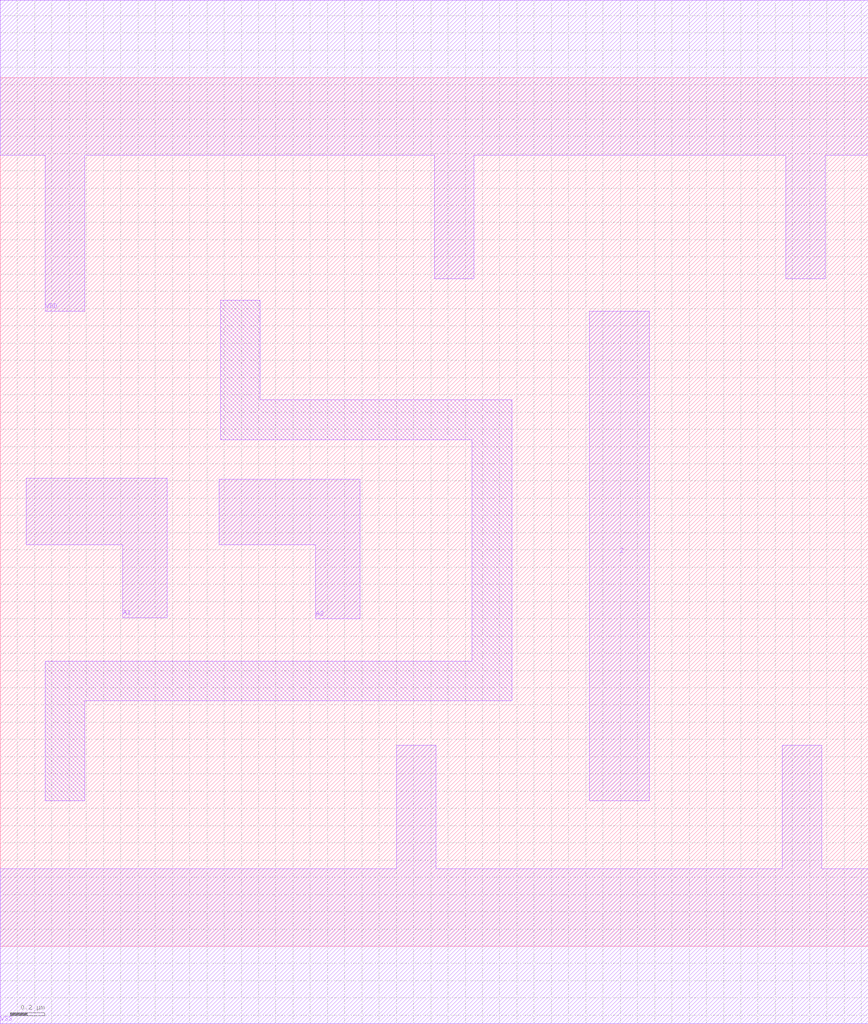
<source format=lef>
# Copyright 2022 GlobalFoundries PDK Authors
#
# Licensed under the Apache License, Version 2.0 (the "License");
# you may not use this file except in compliance with the License.
# You may obtain a copy of the License at
#
#      http://www.apache.org/licenses/LICENSE-2.0
#
# Unless required by applicable law or agreed to in writing, software
# distributed under the License is distributed on an "AS IS" BASIS,
# WITHOUT WARRANTIES OR CONDITIONS OF ANY KIND, either express or implied.
# See the License for the specific language governing permissions and
# limitations under the License.

MACRO gf180mcu_fd_sc_mcu9t5v0__and2_2
  CLASS core ;
  FOREIGN gf180mcu_fd_sc_mcu9t5v0__and2_2 0.0 0.0 ;
  ORIGIN 0 0 ;
  SYMMETRY X Y ;
  SITE GF018hv5v_green_sc9 ;
  SIZE 5.04 BY 5.04 ;
  PIN A1
    DIRECTION INPUT ;
    ANTENNAGATEAREA 1.612 ;
    PORT
      LAYER METAL1 ;
        POLYGON 0.15 2.33 0.71 2.33 0.71 1.905 0.97 1.905 0.97 2.715 0.15 2.715  ;
    END
  END A1
  PIN A2
    DIRECTION INPUT ;
    ANTENNAGATEAREA 1.612 ;
    PORT
      LAYER METAL1 ;
        POLYGON 1.27 2.33 1.83 2.33 1.83 1.9 2.09 1.9 2.09 2.71 1.27 2.71  ;
    END
  END A2
  PIN Z
    DIRECTION OUTPUT ;
    ANTENNADIFFAREA 1.638 ;
    PORT
      LAYER METAL1 ;
        POLYGON 3.42 0.845 3.77 0.845 3.77 3.685 3.42 3.685  ;
    END
  END Z
  PIN VDD
    DIRECTION INOUT ;
    USE power ;
    SHAPE ABUTMENT ;
    PORT
      LAYER METAL1 ;
        POLYGON 0 4.59 0.26 4.59 0.26 3.685 0.49 3.685 0.49 4.59 2.52 4.59 2.52 3.875 2.75 3.875 2.75 4.59 2.97 4.59 4.56 4.59 4.56 3.875 4.79 3.875 4.79 4.59 5.04 4.59 5.04 5.49 2.97 5.49 0 5.49  ;
    END
  END VDD
  PIN VSS
    DIRECTION INOUT ;
    USE ground ;
    SHAPE ABUTMENT ;
    PORT
      LAYER METAL1 ;
        POLYGON 0 -0.45 5.04 -0.45 5.04 0.45 4.77 0.45 4.77 1.165 4.54 1.165 4.54 0.45 2.53 0.45 2.53 1.165 2.3 1.165 2.3 0.45 0 0.45  ;
    END
  END VSS
  OBS
      LAYER METAL1 ;
        POLYGON 1.28 2.94 2.74 2.94 2.74 1.655 0.26 1.655 0.26 0.845 0.49 0.845 0.49 1.425 2.97 1.425 2.97 3.17 1.51 3.17 1.51 3.75 1.28 3.75  ;
  END
END gf180mcu_fd_sc_mcu9t5v0__and2_2

</source>
